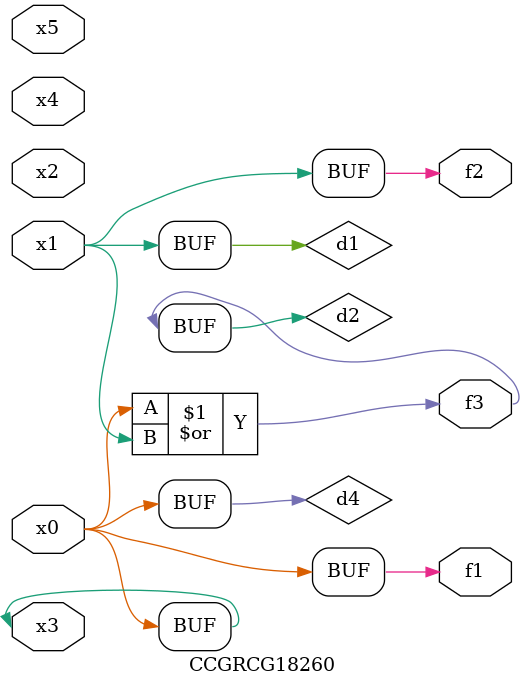
<source format=v>
module CCGRCG18260(
	input x0, x1, x2, x3, x4, x5,
	output f1, f2, f3
);

	wire d1, d2, d3, d4;

	and (d1, x1);
	or (d2, x0, x1);
	nand (d3, x0, x5);
	buf (d4, x0, x3);
	assign f1 = d4;
	assign f2 = d1;
	assign f3 = d2;
endmodule

</source>
